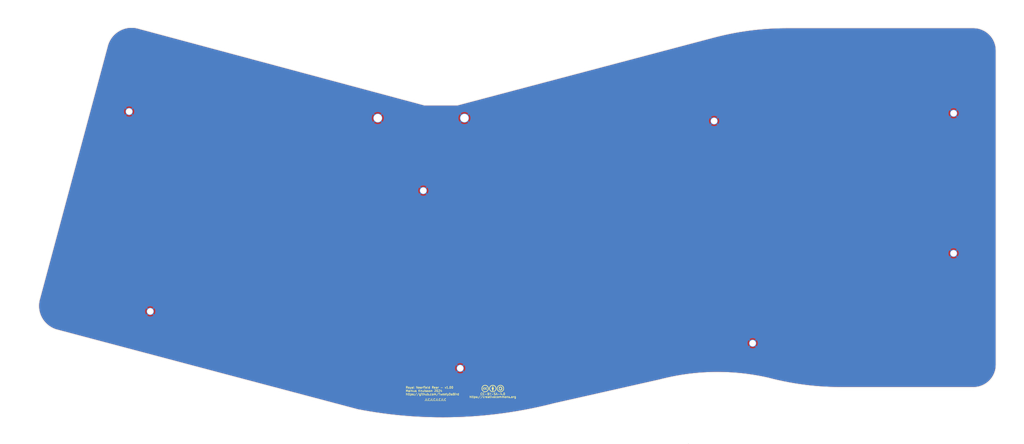
<source format=kicad_pcb>
(kicad_pcb (version 20221018) (generator pcbnew)
  (title_block (title "Royal Nearfield Rear") (date "2024-01-07") (rev "v1.00") (company "Tweety's Wild Thinking") (comment 1 "Markus Knutsson <markus.knutsson@tweety.se>") (comment 2 "https://github.com/TweetyDaBird") (comment 3 "Licensed under Creative Commons BY-SA 4.0 International"))
  (layers (0 "F.Cu" signal) (31 "B.Cu" signal) (34 "B.Paste" user) (35 "F.Paste" user) (36 "B.SilkS" user "B.Silkscreen") (37 "F.SilkS" user "F.Silkscreen") (38 "B.Mask" user) (39 "F.Mask" user) (44 "Edge.Cuts" user))
  (net 0 "")
  (net 1 "GND")
  (footprint "Keyboard_Plate:Spacer_Plate_Grounded" (layer "F.Cu") (at 372.500969 132.742186)
    (fp_text reference "H3" hide)
    (fp_text value "Spacer_PCB")
    (pad "1" thru_hole circle (at 0 0) (size 2.9 2.9) (drill 2.5) (layers "*.Cu" "*.Mask") (net 1 "GND"))
    (pad "1" connect circle (at 0 0) (size 5 5) (layers "F.Cu" "F.Mask") (net 1 "GND"))
  )
  (footprint "Keyboard_Plate:Spacer_Plate_Grounded" (layer "F.Cu") (at 170.555729 108.852596)
    (fp_text reference "H2" hide)
    (fp_text value "Spacer_PCB")
    (pad "1" thru_hole circle (at 0 0) (size 2.9 2.9) (drill 2.5) (layers "*.Cu" "*.Mask") (net 1 "GND"))
    (pad "1" connect circle (at 0 0) (size 5 5) (layers "F.Cu" "F.Mask") (net 1 "GND"))
  )
  (footprint "Keyboard_Plate:Spacer_Plate_Grounded" (layer "F.Cu") (at 372.518749 79.403926)
    (fp_text reference "H8" hide)
    (fp_text value "Spacer_PCB")
    (pad "1" thru_hole circle (at 0 0) (size 2.9 2.9) (drill 2.5) (layers "*.Cu" "*.Mask") (net 1 "GND"))
    (pad "1" connect circle (at 0 0) (size 5 5) (layers "F.Cu" "F.Mask") (net 1 "GND"))
  )
  (footprint "Keyboard_Plate:Spacer_Plate_Grounded" (layer "F.Cu") (at 281.3 82.33)
    (fp_text reference "H4" hide)
    (fp_text value "Spacer_PCB")
    (pad "1" thru_hole circle (at 0 0) (size 2.9 2.9) (drill 2.5) (layers "*.Cu" "*.Mask") (net 1 "GND"))
    (pad "1" connect circle (at 0 0) (size 5 5) (layers "F.Cu" "F.Mask") (net 1 "GND"))
  )
  (footprint "Logotypes:CC_BY_SA_40" (layer "F.Cu") (at 197.05 185.15)
    (fp_text reference "Logo1" hide)
    (fp_text value "CC-BY-SA-4.0" (at -0.041555 1.16) (layer "F.SilkS") (effects (font (size 0.8 0.8))))
    (fp_text user "https://creativecommons.org" (at -0.041555 2.27) (layer "F.SilkS") (effects (font (size 0.8 0.8))))
    (fp_poly (pts (xy -0.008247 -1.810637) (xy 0.015762 -1.808152) (xy 0.035917 -1.802684) (xy 0.057538 -1.793148) (xy 0.064578 -1.789601) (xy 0.099906 -1.7674) (xy 0.125046 -1.740918) (xy 0.14144 -1.70758) (xy 0.150529 -1.664813) (xy 0.153175 -1.631372) (xy 0.153555 -1.593754) (xy 0.151636 -1.559446) (xy 0.147731 -1.533797) (xy 0.147359 -1.532343) (xy 0.13232 -1.499676) (xy 0.107019 -1.468478) (xy 0.0755 -1.442672) (xy 0.041805 -1.426184) (xy 0.036429 -1.42466) (xy 0.002203 -1.419237) (xy -0.039229 -1.417265) (xy -0.081268 -1.418724) (xy -0.117315 -1.423592) (xy -0.124094 -1.425199) (xy -0.148417 -1.436259) (xy -0.175765 -1.456063) (xy -0.186918 -1.466177) (xy -0.209239 -1.491076) (xy -0.224314 -1.517069) (xy -0.233124 -1.547461) (xy -0.236654 -1.585557) (xy -0.236032 -1.631372) (xy -0.230855 -1.68151) (xy -0.219294 -1.720574) (xy -0.199907 -1.751139) (xy -0.171253 -1.775778) (xy -0.147435 -1.789601) (xy -0.124451 -1.80047) (xy -0.104421 -1.806968) (xy -0.082028 -1.810179) (xy -0.051951 -1.811189) (xy -0.041428 -1.811224) (xy -0.008247 -1.810637)) (stroke (width 0.01)) (fill solid) (layer "F.SilkS"))
    (fp_poly (pts (xy 0.037166 -1.358141) (xy 0.10256 -1.357943) (xy 0.156064 -1.357421) (xy 0.198991 -1.356415) (xy 0.232655 -1.354768) (xy 0.258368 -1.35232) (xy 0.277442 -1.348915) (xy 0.29119 -1.344393) (xy 0.300925 -1.338596) (xy 0.307958 -1.331366) (xy 0.313604 -1.322545) (xy 0.317677 -1.314866) (xy 0.320463 -1.307632) (xy 0.32275 -1.296834) (xy 0.324585 -1.281131) (xy 0.326014 -1.259181) (xy 0.327082 -1.229641) (xy 0.327838 -1.19117) (xy 0.328325 -1.142427) (xy 0.328592 -1.082069) (xy 0.328684 -1.008754) (xy 0.328686 -0.995675) (xy 0.328686 -0.697771) (xy 0.176434 -0.697771) (xy 0.174545 -0.369386) (xy 0.172657 -0.041) (xy -0.038297 -0.039078) (xy -0.092244 -0.038752) (xy -0.141432 -0.038772) (xy -0.184004 -0.039111) (xy -0.218099 -0.039743) (xy -0.241861 -0.040643) (xy -0.25343 -0.041784) (xy -0.254197 -0.042102) (xy -0.25522 -0.050163) (xy -0.256171 -0.071258) (xy -0.257028 -0.103905) (xy -0.25777 -0.146625) (xy -0.258374 -0.197937) (xy -0.258818 -0.25636) (xy -0.259079 -0.320414) (xy -0.259143 -0.372409) (xy -0.259143 -0.697771) (xy -0.411543 -0.697771) (xy -0.411543 -0.995675) (xy -0.411475 -1.071196) (xy -0.411239 -1.133546) (xy -0.41079 -1.184065) (xy -0.410081 -1.224096) (xy -0.409066 -1.25498) (xy -0.407698 -1.27806) (xy -0.405931 -1.294677) (xy -0.40372 -1.306172) (xy -0.401017 -1.313888) (xy -0.400534 -1.314866) (xy -0.39507 -1.324972) (xy -0.389193 -1.33337) (xy -0.381591 -1.340216) (xy -0.37095 -1.34567) (xy -0.355959 -1.34989) (xy -0.335304 -1.353034) (xy -0.307674 -1.355261) (xy -0.271755 -1.356729) (xy -0.226235 -1.357595) (xy -0.169801 -1.358019) (xy -0.101141 -1.358158) (xy -0.041428 -1.358171) (xy 0.037166 -1.358141)) (stroke (width 0.01)) (fill solid) (layer "F.SilkS"))
    (fp_poly (pts (xy -2.516114 -1.356123) (xy -2.4467 -1.349329) (xy -2.387015 -1.335194) (xy -2.333734 -1.312719) (xy -2.296787 -1.290347) (xy -2.271649 -1.270987) (xy -2.245306 -1.247145) (xy -2.220136 -1.221433) (xy -2.198517 -1.196465) (xy -2.182827 -1.174853) (xy -2.175441 -1.159209) (xy -2.175168 -1.156706) (xy -2.180648 -1.148247) (xy -2.19741 -1.135587) (xy -2.22615 -1.118268) (xy -2.267564 -1.095833) (xy -2.269193 -1.09498) (xy -2.363079 -1.045874) (xy -2.393159 -1.086592) (xy -2.425063 -1.121679) (xy -2.460248 -1.143617) (xy -2.501248 -1.153748) (xy -2.52179 -1.154812) (xy -2.570586 -1.148715) (xy -2.611786 -1.130512) (xy -2.644468 -1.100984) (xy -2.66771 -1.060913) (xy -2.678937 -1.021518) (xy -2.681579 -0.997627) (xy -2.683145 -0.964172) (xy -2.683614 -0.926067) (xy -2.682969 -0.888225) (xy -2.681191 -0.855558) (xy -2.679622 -0.84083) (xy -2.668683 -0.802599) (xy -2.648279 -0.765555) (xy -2.621341 -0.73365) (xy -2.590803 -0.710835) (xy -2.579142 -0.705474) (xy -2.55244 -0.699722) (xy -2.518191 -0.698061) (xy -2.482726 -0.700332) (xy -2.452376 -0.706379) (xy -2.445504 -0.708789) (xy -2.430415 -0.716698) (xy -2.415505 -0.729129) (xy -2.398779 -0.748278) (xy -2.378243 -0.77634) (xy -2.360888 -0.801928) (xy -2.356569 -0.806888) (xy -2.350483 -0.808782) (xy -2.340429 -0.806908) (xy -2.324207 -0.800564) (xy -2.299619 -0.789046) (xy -2.264463 -0.771654) (xy -2.261669 -0.770258) (xy -2.228816 -0.753761) (xy -2.200903 -0.739596) (xy -2.18036 -0.729008) (xy -2.169618 -0.72324) (xy -2.168652 -0.722621) (xy -2.169818 -0.71458) (xy -2.178965 -0.698625) (xy -2.194086 -0.677375) (xy -2.213179 -0.65345) (xy -2.234238 -0.629468) (xy -2.255257 -0.608051) (xy -2.259017 -0.604546) (xy -2.318818 -0.558688) (xy -2.385086 -0.523925) (xy -2.439625 -0.505587) (xy -2.477086 -0.499183) (xy -2.522791 -0.496008) (xy -2.570811 -0.496161) (xy -2.615219 -0.499738) (xy -2.632228 -0.502449) (xy -2.700098 -0.522355) (xy -2.763203 -0.554219) (xy -2.819348 -0.596406) (xy -2.866338 -0.647283) (xy -2.900373 -0.701924) (xy -2.921479 -0.750341) (xy -2.935695 -0.797989) (xy -2.94397 -0.849405) (xy -2.947258 -0.909127) (xy -2.947413 -0.926371) (xy -2.94438 -1.000853) (xy -2.934434 -1.06461) (xy -2.916664 -1.120133) (xy -2.890161 -1.169911) (xy -2.854014 -1.216435) (xy -2.833695 -1.237628) (xy -2.778467 -1.285415) (xy -2.721787 -1.320276) (xy -2.661257 -1.343106) (xy -2.594479 -1.3548) (xy -2.519054 -1.356252) (xy -2.516114 -1.356123)) (stroke (width 0.01)) (fill solid) (layer "F.SilkS"))
    (fp_poly (pts (xy -3.243366 -1.352482) (xy -3.170065 -1.335739) (xy -3.104734 -1.308278) (xy -3.066782 -1.284533) (xy -3.041582 -1.263871) (xy -3.016778 -1.239445) (xy -2.994178 -1.213616) (xy -2.975588 -1.188745) (xy -2.962815 -1.167192) (xy -2.957666 -1.151319) (xy -2.959743 -1.14469) (xy -2.966781 -1.140652) (xy -2.984334 -1.131127) (xy -3.010065 -1.117368) (xy -3.041634 -1.100629) (xy -3.056287 -1.092899) (xy -3.092968 -1.073751) (xy -3.118977 -1.060806) (xy -3.136385 -1.053321) (xy -3.147264 -1.050554) (xy -3.153686 -1.051761) (xy -3.157723 -1.056201) (xy -3.157887 -1.056473) (xy -3.187 -1.098888) (xy -3.217052 -1.128319) (xy -3.250258 -1.146244) (xy -3.288835 -1.154136) (xy -3.305562 -1.154812) (xy -3.350018 -1.149828) (xy -3.386755 -1.133813) (xy -3.417197 -1.105778) (xy -3.442767 -1.064736) (xy -3.446454 -1.057) (xy -3.453663 -1.039634) (xy -3.458473 -1.022352) (xy -3.46135 -1.001616) (xy -3.462759 -0.973887) (xy -3.463168 -0.935627) (xy -3.463171 -0.93) (xy -3.462854 -0.890183) (xy -3.461591 -0.861334) (xy -3.458917 -0.839913) (xy -3.454367 -0.822382) (xy -3.447475 -0.805202) (xy -3.446471 -0.803) (xy -3.423808 -0.764173) (xy -3.395724 -0.732114) (xy -3.365414 -0.710338) (xy -3.35999 -0.707792) (xy -3.325824 -0.699175) (xy -3.285836 -0.698132) (xy -3.246405 -0.704374) (xy -3.220168 -0.7141) (xy -3.196558 -0.730946) (xy -3.171947 -0.755947) (xy -3.150897 -0.783851) (xy -3.138348 -0.808278) (xy -3.131901 -0.810156) (xy -3.115467 -0.805505) (xy -3.088174 -0.794012) (xy -3.055748 -0.778611) (xy -3.015752 -0.759005) (xy -2.987219 -0.744455) (xy -2.968679 -0.733437) (xy -2.958661 -0.724422) (xy -2.955693 -0.715883) (xy -2.958306 -0.706292) (xy -2.965027 -0.694123) (xy -2.968585 -0.688109) (xy -2.989227 -0.659788) (xy -3.018873 -0.627885) (xy -3.053778 -0.59576) (xy -3.090197 -0.566769) (xy -3.124386 -0.544272) (xy -3.135623 -0.538313) (xy -3.208504 -0.510812) (xy -3.28561 -0.496692) (xy -3.365072 -0.496162) (xy -3.428513 -0.50554) (xy -3.488911 -0.525259) (xy -3.548195 -0.556771) (xy -3.602787 -0.597567) (xy -3.649108 -0.645137) (xy -3.671515 -0.676) (xy -3.683983 -0.699137) (xy -3.697714 -0.730047) (xy -3.709992 -0.762547) (xy -3.711388 -0.766714) (xy -3.719487 -0.793057) (xy -3.724964 -0.816604) (xy -3.728326 -0.841434) (xy -3.730081 -0.871626) (xy -3.730736 -0.911257) (xy -3.730786 -0.922743) (xy -3.728003 -0.99826) (xy -3.718599 -1.062787) (xy -3.701717 -1.118654) (xy -3.676498 -1.168191) (xy -3.642086 -1.213729) (xy -3.612549 -1.244022) (xy -3.553499 -1.291822) (xy -3.491444 -1.326129) (xy -3.424419 -1.347719) (xy -3.350453 -1.357366) (xy -3.32309 -1.358064) (xy -3.243366 -1.352482)) (stroke (width 0.01)) (fill solid) (layer "F.SilkS"))
    (fp_poly (pts (xy 2.926022 -1.651376) (xy 3.024018 -1.638898) (xy 3.07798 -1.626859) (xy 3.140861 -1.606141) (xy 3.205826 -1.576626) (xy 3.268999 -1.540591) (xy 3.3265 -1.500311) (xy 3.374452 -1.458061) (xy 3.385369 -1.446489) (xy 3.423185 -1.398898) (xy 3.460707 -1.341614) (xy 3.495292 -1.279265) (xy 3.524295 -1.21648) (xy 3.53882 -1.17787) (xy 3.556121 -1.112329) (xy 3.567883 -1.037315) (xy 3.574001 -0.95681) (xy 3.574369 -0.8748) (xy 3.568882 -0.795268) (xy 3.557437 -0.722199) (xy 3.551491 -0.696909) (xy 3.519188 -0.599912) (xy 3.475356 -0.510698) (xy 3.420785 -0.430069) (xy 3.356263 -0.358826) (xy 3.282577 -0.29777) (xy 3.200517 -0.247702) (xy 3.11087 -0.209424) (xy 3.05567 -0.192931) (xy 3.00771 -0.183225) (xy 2.952305 -0.176015) (xy 2.894108 -0.171583) (xy 2.83777 -0.17021) (xy 2.787944 -0.172179) (xy 2.762686 -0.175151) (xy 2.67688 -0.195593) (xy 2.594728 -0.228072) (xy 2.51805 -0.271305) (xy 2.448667 -0.32401) (xy 2.388399 -0.384905) (xy 2.339066 -0.452708) (xy 2.319989 -0.486965) (xy 2.305521 -0.519513) (xy 2.290958 -0.55888) (xy 2.27745 -0.601153) (xy 2.266145 -0.642421) (xy 2.258193 -0.67877) (xy 2.254744 -0.706289) (xy 2.254686 -0.709258) (xy 2.256472 -0.712554) (xy 2.262886 -0.715041) (xy 2.275514 -0.716795) (xy 2.295941 -0.717893) (xy 2.325752 -0.71841) (xy 2.366533 -0.718423) (xy 2.419869 -0.718006) (xy 2.4343 -0.717855) (xy 2.613914 -0.715914) (xy 2.615091 -0.692493) (xy 2.621854 -0.65407) (xy 2.63697 -0.612557) (xy 2.657913 -0.574469) (xy 2.664392 -0.565416) (xy 2.699091 -0.531252) (xy 2.743663 -0.504569) (xy 2.795239 -0.485895) (xy 2.85095 -0.475758) (xy 2.907928 -0.474688) (xy 2.963304 -0.483212) (xy 3.012879 -0.501199) (xy 3.06281 -0.532539) (xy 3.105137 -0.574056) (xy 3.140539 -0.626685) (xy 3.169696 -0.691363) (xy 3.185113 -0.738542) (xy 3.191325 -0.761776) (xy 3.195769 -0.783755) (xy 3.198724 -0.807623) (xy 3.200468 -0.836526) (xy 3.201281 -0.873607) (xy 3.20144 -0.922011) (xy 3.201439 -0.922743) (xy 3.200491 -0.98641) (xy 3.197513 -1.038723) (xy 3.192004 -1.082761) (xy 3.183461 -1.121603) (xy 3.17138 -1.158328) (xy 3.157695 -1.19075) (xy 3.125704 -1.245065) (xy 3.084906 -1.287986) (xy 3.035798 -1.319257) (xy 2.97888 -1.338624) (xy 2.914649 -1.345829) (xy 2.860863 -1.34297) (xy 2.817995 -1.336821) (xy 2.784672 -1.328958) (xy 2.755927 -1.317911) (xy 2.730412 -1.304351) (xy 2.6901 -1.273499) (xy 2.656081 -1.233431) (xy 2.631385 -1.18825) (xy 2.621481 -1.156786) (xy 2.61639 -1.1332) (xy 2.664138 -1.1332) (xy 2.690108 -1.13266) (xy 2.704659 -1.130493) (xy 2.710863 -1.125878) (xy 2.711886 -1.120426) (xy 2.706896 -1.111906) (xy 2.693048 -1.095102) (xy 2.67202 -1.071704) (xy 2.645492 -1.0434) (xy 2.615144 -1.01188) (xy 2.582654 -0.978833) (xy 2.549703 -0.945949) (xy 2.51797 -0.914916) (xy 2.489134 -0.887423) (xy 2.464875 -0.865161) (xy 2.446872 -0.849817) (xy 2.436804 -0.843082) (xy 2.435969 -0.842914) (xy 2.427528 -0.847935) (xy 2.410855 -0.861871) (xy 2.387628 -0.883032) (xy 2.359526 -0.909728) (xy 2.328225 -0.940268) (xy 2.295405 -0.972963) (xy 2.262742 -1.006122) (xy 2.231914 -1.038055) (xy 2.2046 -1.067072) (xy 2.182476 -1.091482) (xy 2.167221 -1.109597) (xy 2.160513 -1.119724) (xy 2.160343 -1.120572) (xy 2.16224 -1.127131) (xy 2.16988 -1.130963) (xy 2.186185 -1.132757) (xy 2.213947 -1.1332) (xy 2.267552 -1.1332) (xy 2.272459 -1.165922) (xy 2.281121 -1.205192) (xy 2.295752 -1.251724) (xy 2.314597 -1.300489) (xy 2.334478 -1.343657) (xy 2.379798 -1.417968) (xy 2.435421 -1.482847) (xy 2.500284 -1.537888) (xy 2.573325 -1.582688) (xy 2.653482 -1.616841) (xy 2.739692 -1.639943) (xy 2.830893 -1.65159) (xy 2.926022 -1.651376)) (stroke (width 0.01)) (fill solid) (layer "F.SilkS"))
    (fp_poly (pts (xy -2.889956 -2.279658) (xy -2.836071 -2.279349) (xy -2.792615 -2.278689) (xy -2.757545 -2.277578) (xy -2.728818 -2.275918) (xy -2.704393 -2.273608) (xy -2.682225 -2.270551) (xy -2.660274 -2.266646) (xy -2.651511 -2.264909) (xy -2.529263 -2.232956) (xy -2.408913 -2.187364) (xy -2.291811 -2.128995) (xy -2.17931 -2.058713) (xy -2.072758 -1.977383) (xy -1.973507 -1.885868) (xy -1.882906 -1.785033) (xy -1.863753 -1.761023) (xy -1.788117 -1.652511) (xy -1.723004 -1.53485) (xy -1.669125 -1.409587) (xy -1.62719 -1.278269) (xy -1.610973 -1.211049) (xy -1.60628 -1.180323) (xy -1.602522 -1.137696) (xy -1.599698 -1.085754) (xy -1.597805 -1.027081) (xy -1.596841 -0.96426) (xy -1.596803 -0.899877) (xy -1.597689 -0.836515) (xy -1.599498 -0.776759) (xy -1.602226 -0.723192) (xy -1.605871 -0.678399) (xy -1.610431 -0.644965) (xy -1.611486 -0.639714) (xy -1.64833 -0.502846) (xy -1.697853 -0.373029) (xy -1.760018 -0.250329) (xy -1.834791 -0.13481) (xy -1.922136 -0.026539) (xy -1.977197 0.031573) (xy -2.017604 0.070411) (xy -2.05742 0.105987) (xy -2.094141 0.136204) (xy -2.125263 0.158966) (xy -2.140582 0.168378) (xy -2.153333 0.17599) (xy -2.174837 0.189472) (xy -2.201731 0.206696) (xy -2.2222 0.219995) (xy -2.310664 0.27199) (xy -2.408928 0.319453) (xy -2.512533 0.360573) (xy -2.617024 0.393538) (xy -2.695054 0.41218) (xy -2.720194 0.416909) (xy -2.74449 0.420516) (xy -2.770395 0.423134) (xy -2.800359 0.424896) (xy -2.836835 0.425933) (xy -2.882273 0.426378) (xy -2.939125 0.426364) (xy -2.956311 0.426301) (xy -3.02893 0.425541) (xy -3.090934 0.423942) (xy -3.141262 0.421549) (xy -3.178851 0.418409) (xy -3.196061 0.415968) (xy -3.315957 0.387364) (xy -3.43614 0.345794) (xy -3.553692 0.292449) (xy -3.665697 0.228517) (xy -3.682904 0.217388) (xy -3.710295 0.199588) (xy -3.733078 0.185202) (xy -3.748635 0.175855) (xy -3.754231 0.173086) (xy -3.76255 0.168486) (xy -3.779222 0.155996) (xy -3.801941 0.137581) (xy -3.828405 0.115206) (xy -3.85631 0.090837) (xy -3.883353 0.066438) (xy -3.907229 0.043976) (xy -3.917738 0.033602) (xy -4.01181 -0.071154) (xy -4.093833 -0.183344) (xy -4.164092 -0.303483) (xy -4.222875 -0.432087) (xy -4.270467 -0.56967) (xy -4.287751 -0.632457) (xy -4.292499 -0.652455) (xy -4.296273 -0.672454) (xy -4.299223 -0.69457) (xy -4.301496 -0.72092) (xy -4.303243 -0.753618) (xy -4.304611 -0.794783) (xy -4.305751 -0.846529) (xy -4.30666 -0.900971) (xy -4.3071 -0.931463) (xy -4.047591 -0.931463) (xy -4.041307 -0.809705) (xy -4.021376 -0.689797) (xy -3.988105 -0.573249) (xy -3.941798 -0.46157) (xy -3.907348 -0.3966) (xy -3.852121 -0.309332) (xy -3.791283 -0.229955) (xy -3.722657 -0.156138) (xy -3.644069 -0.085555) (xy -3.553342 -0.015876) (xy -3.548075 -0.012108) (xy -3.510451 0.012046) (xy -3.463154 0.038394) (xy -3.410392 0.064888) (xy -3.356376 0.089484) (xy -3.305315 0.110137) (xy -3.27434 0.120912) (xy -3.192173 0.141907) (xy -3.100565 0.156307) (xy -3.003126 0.163866) (xy -2.903466 0.164341) (xy -2.805194 0.157487) (xy -2.779827 0.154409) (xy -2.689657 0.13874) (xy -2.606875 0.116033) (xy -2.525331 0.08449) (xy -2.497971 0.07199) (xy -2.386123 0.011803) (xy -2.28226 -0.058915) (xy -2.187447 -0.139136) (xy -2.102745 -0.22783) (xy -2.02922 -0.323968) (xy -1.967933 -0.426522) (xy -1.953871 -0.454657) (xy -1.934342 -0.498817) (xy -1.915189 -0.548259) (xy -1.897893 -0.598623) (xy -1.883936 -0.645546) (xy -1.874798 -0.684668) (xy -1.873784 -0.690514) (xy -1.869829 -0.713909) (xy -1.866255 -0.733244) (xy -1.865337 -0.737686) (xy -1.862637 -0.757942) (xy -1.86048 -0.789639) (xy -1.858895 -0.829713) (xy -1.85791 -0.875101) (xy -1.857555 -0.922737) (xy -1.857859 -0.969559) (xy -1.858852 -1.012502) (xy -1.860561 -1.048501) (xy -1.862196 -1.067886) (xy -1.882337 -1.185826) (xy -1.91622 -1.300875) (xy -1.963162 -1.411751) (xy -2.022478 -1.517175) (xy -2.093488 -1.615867) (xy -2.175507 -1.706545) (xy -2.229457 -1.756347) (xy -2.320078 -1.828988) (xy -2.409269 -1.888728) (xy -2.499173 -1.936356) (xy -2.591932 -1.97266) (xy -2.689689 -1.998429) (xy -2.794588 -2.01445) (xy -2.90877 -2.021513) (xy -2.951543 -2.022014) (xy -3.060483 -2.018472) (xy -3.159227 -2.007461) (xy -3.250321 -1.988462) (xy -3.336311 -1.960957) (xy -3.412371 -1.928048) (xy -3.51939 -1.868076) (xy -3.619747 -1.796013) (xy -3.712336 -1.713176) (xy -3.796051 -1.620884) (xy -3.869787 -1.520453) (xy -3.932438 -1.413202) (xy -3.982898 -1.300447) (xy -4.011907 -1.213661) (xy -4.017878 -1.192279) (xy -4.022503 -1.173607) (xy -4.026368 -1.154293) (xy -4.030059 -1.130986) (xy -4.034164 -1.100336) (xy -4.039268 -1.058991) (xy -4.039926 -1.053562) (xy -4.047591 -0.931463) (xy -4.3071 -0.931463) (xy -4.307538 -0.961808) (xy -4.308021 -1.010446) (xy -4.307991 -1.0492) (xy -4.307328 -1.080382) (xy -4.305914 -1.106306) (xy -4.303628 -1.129286) (xy -4.300353 -1.151635) (xy -4.295969 -1.175666) (xy -4.291323 -1.198938) (xy -4.257096 -1.331441) (xy -4.209366 -1.459527) (xy -4.148678 -1.582433) (xy -4.075575 -1.699397) (xy -3.990602 -1.809657) (xy -3.894302 -1.912448) (xy -3.78722 -2.007009) (xy -3.6699 -2.092577) (xy -3.640102 -2.111803) (xy -3.563701 -2.154807) (xy -3.477688 -2.194409) (xy -3.386888 -2.228685) (xy -3.296129 -2.255711) (xy -3.254677 -2.2654) (xy -3.233819 -2.26947) (xy -3.212775 -2.272697) (xy -3.189555 -2.275176) (xy -3.162173 -2.277004) (xy -3.12864 -2.278275) (xy -3.086969 -2.279086) (xy -3.035172 -2.27953) (xy -2.971261 -2.279704) (xy -2.956311 -2.279715) (xy -2.889956 -2.279658)) (stroke (width 0.01)) (fill solid) (layer "F.SilkS"))
    (fp_poly (pts (xy 0.026093 -2.279569) (xy 0.08757 -2.278896) (xy 0.13898 -2.277462) (xy 0.182545 -2.275036) (xy 0.220489 -2.271384) (xy 0.255032 -2.266274) (xy 0.288397 -2.259472) (xy 0.322806 -2.250746) (xy 0.360483 -2.239863) (xy 0.375139 -2.235413) (xy 0.461392 -2.205654) (xy 0.543829 -2.169924) (xy 0.625625 -2.126581) (xy 0.709954 -2.073985) (xy 0.775 -2.02876) (xy 0.811688 -2.000214) (xy 0.853513 -1.964304) (xy 0.897507 -1.923893) (xy 0.940697 -1.881842) (xy 0.980114 -1.841013) (xy 1.012785 -1.804267) (xy 1.028549 -1.784529) (xy 1.048709 -1.757774) (xy 1.07054 -1.728986) (xy 1.08001 -1.716569) (xy 1.120058 -1.65844) (xy 1.16002 -1.589878) (xy 1.197981 -1.514846) (xy 1.23203 -1.437309) (xy 1.260251 -1.361231) (xy 1.275171 -1.312228) (xy 1.286862 -1.26796) (xy 1.296175 -1.22843) (xy 1.303334 -1.191191) (xy 1.308563 -1.153794) (xy 1.312086 -1.113792) (xy 1.314127 -1.068737) (xy 1.314909 -1.016182) (xy 1.314656 -0.953679) (xy 1.313782 -0.890086) (xy 1.312685 -0.827921) (xy 1.311546 -0.778069) (xy 1.310195 -0.738327) (xy 1.308464 -0.706494) (xy 1.306183 -0.680367) (xy 1.303182 -0.657745) (xy 1.299294 -0.636427) (xy 1.294348 -0.61421) (xy 1.291756 -0.603428) (xy 1.252961 -0.471059) (xy 1.202989 -0.347416) (xy 1.141144 -0.231183) (xy 1.066728 -0.121043) (xy 0.982277 -0.019228) (xy 0.903633 0.059058) (xy 0.813629 0.134259) (xy 0.715377 0.204355) (xy 0.611993 0.267329) (xy 0.506589 0.321164) (xy 0.402281 0.363842) (xy 0.378443 0.371976) (xy 0.327918 0.387846) (xy 0.282176 0.400421) (xy 0.238471 0.410053) (xy 0.194059 0.41709) (xy 0.146194 0.421884) (xy 0.092131 0.424784) (xy 0.029124 0.426142) (xy -0.045572 0.426307) (xy -0.04724 0.426301) (xy -0.128041 0.425472) (xy -0.19451 0.423702) (xy -0.246601 0.420991) (xy -0.284271 0.417341) (xy -0.2953 0.415617) (xy -0.394 0.392362) (xy -0.496328 0.358599) (xy -0.598166 0.316092) (xy -0.695395 0.266605) (xy -0.783897 0.211905) (xy -0.804401 0.197459) (xy -0.823498 0.184209) (xy -0.837819 0.175357) (xy -0.843071 0.173086) (xy -0.851904 0.168436) (xy -0.86907 0.155762) (xy -0.892327 0.136976) (xy -0.91943 0.113992) (xy -0.948133 0.088723) (xy -0.976194 0.063082) (xy -1.001367 0.038982) (xy -1.007082 0.033285) (xy -1.103242 -0.073476) (xy -1.187232 -0.187642) (xy -1.258687 -0.308555) (xy -1.317243 -0.435559) (xy -1.362535 -0.567998) (xy -1.380933 -0.639714) (xy -1.385112 -0.665874) (xy -1.388799 -0.703952) (xy -1.391941 -0.75136) (xy -1.394486 -0.805508) (xy -1.396383 -0.863807) (xy -1.397578 -0.923668) (xy -1.397733 -0.944421) (xy -1.137628 -0.944421) (xy -1.135808 -0.849765) (xy -1.12745 -0.758765) (xy -1.112556 -0.675205) (xy -1.103542 -0.640415) (xy -1.062221 -0.523536) (xy -1.00787 -0.41192) (xy -0.941328 -0.306556) (xy -0.863435 -0.20843) (xy -0.77503 -0.118533) (xy -0.676952 -0.037851) (xy -0.570043 0.032627) (xy -0.498935 0.071144) (xy -0.423026 0.10535) (xy -0.349576 0.130146) (xy -0.272175 0.14749) (xy -0.226486 0.154446) (xy -0.157341 0.16262) (xy -0.096707 0.167401) (xy -0.039944 0.16878) (xy 0.017586 0.166748) (xy 0.080523 0.161295) (xy 0.143629 0.153717) (xy 0.235013 0.137536) (xy 0.321391 0.113058) (xy 0.405092 0.079237) (xy 0.488447 0.035026) (xy 0.573785 -0.02062) (xy 0.637114 -0.067846) (xy 0.735463 -0.153198) (xy 0.821768 -0.246186) (xy 0.895701 -0.346432) (xy 0.936661 -0.414743) (xy 0.966594 -0.476022) (xy 0.993946 -0.544871) (xy 1.01719 -0.616559) (xy 1.034799 -0.686354) (xy 1.045248 -0.749525) (xy 1.045532 -0.7522) (xy 1.048525 -0.792715) (xy 1.050298 -0.841891) (xy 1.050918 -0.896606) (xy 1.050449 -0.953736) (xy 1.048958 -1.010156) (xy 1.04651 -1.062745) (xy 1.043171 -1.108379) (xy 1.039007 -1.143933) (xy 1.037056 -1.154971) (xy 1.006424 -1.269003) (xy 0.962547 -1.379421) (xy 0.906488 -1.485025) (xy 0.839315 -1.584615) (xy 0.762094 -1.676991) (xy 0.67589 -1.760951) (xy 0.581769 -1.835297) (xy 0.480798 -1.898828) (xy 0.374041 -1.950343) (xy 0.309339 -1.974426) (xy 0.237381 -1.99385) (xy 0.155918 -2.008139) (xy 0.068039 -2.017287) (xy -0.023167 -2.021285) (xy -0.11461 -2.020127) (xy -0.203202 -2.013805) (xy -0.285853 -2.002311) (xy -0.359475 -1.985638) (xy -0.389771 -1.976118) (xy -0.495295 -1.932043) (xy -0.598257 -1.87488) (xy -0.696805 -1.80604) (xy -0.789085 -1.726932) (xy -0.873244 -1.638967) (xy -0.934558 -1.561678) (xy -0.973951 -1.502) (xy -1.012462 -1.433814) (xy -1.047894 -1.361656) (xy -1.078047 -1.29006) (xy -1.100723 -1.223562) (xy -1.103845 -1.212467) (xy -1.121649 -1.129557) (xy -1.13291 -1.038946) (xy -1.137628 -0.944421) (xy -1.397733 -0.944421) (xy -1.398019 -0.982503) (xy -1.397655 -1.037721) (xy -1.396433 -1.086734) (xy -1.3943 -1.126954) (xy -1.391334 -1.154971) (xy -1.381584 -1.208002) (xy -1.368503 -1.265798) (xy -1.353475 -1.322916) (xy -1.337886 -1.373913) (xy -1.329922 -1.396455) (xy -1.311559 -1.441003) (xy -1.288259 -1.491075) (xy -1.261604 -1.543812) (xy -1.233172 -1.596353) (xy -1.204544 -1.645838) (xy -1.177299 -1.689406) (xy -1.153018 -1.724196) (xy -1.140087 -1.740169) (xy -1.129829 -1.752403) (xy -1.113302 -1.772796) (xy -1.093155 -1.798059) (xy -1.07986 -1.814916) (xy -1.012793 -1.891097) (xy -0.933816 -1.964993) (xy -0.845523 -2.034818) (xy -0.750511 -2.098784) (xy -0.651374 -2.155103) (xy -0.550707 -2.201989) (xy -0.47882 -2.228874) (xy -0.437691 -2.24221) (xy -0.400986 -2.253002) (xy -0.366448 -2.261517) (xy -0.331822 -2.26802) (xy -0.294853 -2.272778) (xy -0.253284 -2.276056) (xy -0.204859 -2.27812) (xy -0.147324 -2.279237) (xy -0.078421 -2.279672) (xy -0.047673 -2.279715) (xy 0.026093 -2.279569)) (stroke (width 0.01)) (fill solid) (layer "F.SilkS"))
    (fp_poly (pts (xy 2.94454 -2.279734) (xy 2.997844 -2.279382) (xy 3.040793 -2.278668) (xy 3.075465 -2.27749) (xy 3.103939 -2.275743) (xy 3.128293 -2.273323) (xy 3.150607 -2.270128) (xy 3.172958 -2.266054) (xy 3.178832 -2.264879) (xy 3.280827 -2.239555) (xy 3.37985 -2.205195) (xy 3.477926 -2.160839) (xy 3.577084 -2.105527) (xy 3.679351 -2.038301) (xy 3.720587 -2.008594) (xy 3.764433 -1.972956) (xy 3.813203 -1.92767) (xy 3.864367 -1.875543) (xy 3.9154 -1.819382) (xy 3.963771 -1.761994) (xy 4.006953 -1.706186) (xy 4.042417 -1.654765) (xy 4.049469 -1.643437) (xy 4.073843 -1.600336) (xy 4.100282 -1.548614) (xy 4.126601 -1.492966) (xy 4.15062 -1.438088) (xy 4.170155 -1.388675) (xy 4.177039 -1.369057) (xy 4.190613 -1.326737) (xy 4.201613 -1.288304) (xy 4.210301 -1.2515) (xy 4.216941 -1.214067) (xy 4.221796 -1.173748) (xy 4.225128 -1.128283) (xy 4.227202 -1.075416) (xy 4.228279 -1.012888) (xy 4.228624 -0.938442) (xy 4.228629 -0.926371) (xy 4.228533 -0.859916) (xy 4.228179 -0.805942) (xy 4.227471 -0.762418) (xy 4.226309 -0.727313) (xy 4.224596 -0.698595) (xy 4.222233 -0.674233) (xy 4.219124 -0.652195) (xy 4.215169 -0.630449) (xy 4.214104 -0.625147) (xy 4.181174 -0.498686) (xy 4.134702 -0.376364) (xy 4.074509 -0.257832) (xy 4.000416 -0.142738) (xy 3.913129 -0.031757) (xy 3.865764 0.021024) (xy 3.819902 0.066771) (xy 3.771836 0.108724) (xy 3.717857 0.150123) (xy 3.655314 0.193502) (xy 3.537108 0.265438) (xy 3.415141 0.326069) (xy 3.291613 0.374416) (xy 3.169086 0.409419) (xy 3.143138 0.413562) (xy 3.105199 0.417132) (xy 3.057782 0.420095) (xy 3.003401 0.422419) (xy 2.944569 0.424071) (xy 2.8838 0.425019) (xy 2.823606 0.42523) (xy 2.7665 0.424672) (xy 2.714997 0.423311) (xy 2.671609 0.421117) (xy 2.63885 0.418055) (xy 2.628429 0.416421) (xy 2.5248 0.392008) (xy 2.420898 0.358602) (xy 2.320366 0.31768) (xy 2.22685 0.270721) (xy 2.146827 0.221172) (xy 2.121409 0.203657) (xy 2.099551 0.188742) (xy 2.084728 0.178792) (xy 2.081518 0.176714) (xy 2.045777 0.151402) (xy 2.00386 0.116977) (xy 1.958354 0.075898) (xy 1.911847 0.030622) (xy 1.866926 -0.016391) (xy 1.826178 -0.062685) (xy 1.814169 -0.077286) (xy 1.729674 -0.192936) (xy 1.65867 -0.313601) (xy 1.601274 -0.439038) (xy 1.557601 -0.569008) (xy 1.538477 -0.646971) (xy 1.533703 -0.678431) (xy 1.52988 -0.721749) (xy 1.527009 -0.7743) (xy 1.52509 -0.833461) (xy 1.524121 -0.896605) (xy 1.524113 -0.93) (xy 1.779914 -0.93) (xy 1.784222 -0.813092) (xy 1.797643 -0.705954) (xy 1.820527 -0.606785) (xy 1.853219 -0.513788) (xy 1.866033 -0.484552) (xy 1.886278 -0.44522) (xy 1.913038 -0.400101) (xy 1.944554 -0.351586) (xy 1.979065 -0.302066) (xy 2.014813 -0.253931) (xy 2.050037 -0.209572) (xy 2.082976 -0.17138) (xy 2.111873 -0.141745) (xy 2.129228 -0.127017) (xy 2.149999 -0.110813) (xy 2.175102 -0.090108) (xy 2.193 -0.074714) (xy 2.270086 -0.014219) (xy 2.355185 0.039445) (xy 2.445147 0.084748) (xy 2.536824 0.120163) (xy 2.627065 0.14416) (xy 2.653829 0.148974) (xy 2.75161 0.161792) (xy 2.842501 0.16764) (xy 2.9323 0.166591) (xy 3.026807 0.158718) (xy 3.063857 0.154126) (xy 3.170228 0.133737) (xy 3.271561 0.101222) (xy 3.370293 0.055696) (xy 3.431601 0.020341) (xy 3.470763 -0.005535) (xy 3.516233 -0.038101) (xy 3.563739 -0.07411) (xy 3.609009 -0.110317) (xy 3.647769 -0.143475) (xy 3.650766 -0.146174) (xy 3.680189 -0.175946) (xy 3.714515 -0.215861) (xy 3.751755 -0.263292) (xy 3.789917 -0.31561) (xy 3.827012 -0.370186) (xy 3.859613 -0.422) (xy 3.870707 -0.443418) (xy 3.88457 -0.474482) (xy 3.899532 -0.51102) (xy 3.913924 -0.54886) (xy 3.926076 -0.58383) (xy 3.931739 -0.602194) (xy 3.948148 -0.673073) (xy 3.960235 -0.754025) (xy 3.967815 -0.841209) (xy 3.970701 -0.930785) (xy 3.968708 -1.018914) (xy 3.961649 -1.101755) (xy 3.957402 -1.132318) (xy 3.932407 -1.245264) (xy 3.893532 -1.354846) (xy 3.841152 -1.460428) (xy 3.775644 -1.561372) (xy 3.697383 -1.657039) (xy 3.606745 -1.746794) (xy 3.582743 -1.767768) (xy 3.482858 -1.844782) (xy 3.379736 -1.908333) (xy 3.274044 -1.958034) (xy 3.219886 -1.977754) (xy 3.146911 -1.996993) (xy 3.064011 -2.010684) (xy 2.974381 -2.018859) (xy 2.881218 -2.02155) (xy 2.787718 -2.018789) (xy 2.697078 -2.010608) (xy 2.612494 -1.99704) (xy 2.537162 -1.978115) (xy 2.514811 -1.970677) (xy 2.466472 -1.9513) (xy 2.413255 -1.926489) (xy 2.359916 -1.898712) (xy 2.311209 -1.870439) (xy 2.273842 -1.845574) (xy 2.237189 -1.817492) (xy 2.197301 -1.784762) (xy 2.156753 -1.749704) (xy 2.118119 -1.714642) (xy 2.083974 -1.681898) (xy 2.05689 -1.653794) (xy 2.042599 -1.636947) (xy 1.977085 -1.547989) (xy 1.922546 -1.465347) (xy 1.878174 -1.386854) (xy 1.843166 -1.310343) (xy 1.816716 -1.233649) (xy 1.79802 -1.154604) (xy 1.786272 -1.071044) (xy 1.780668 -0.980801) (xy 1.779914 -0.93) (xy 1.524113 -0.93) (xy 1.524104 -0.961108) (xy 1.525039 -1.024345) (xy 1.526925 -1.083692) (xy 1.529762 -1.136524) (xy 1.533551 -1.180215) (xy 1.538291 -1.212142) (xy 1.538477 -1.213028) (xy 1.57179 -1.33619) (xy 1.618483 -1.457966) (xy 1.67743 -1.576592) (xy 1.747501 -1.690308) (xy 1.827567 -1.797351) (xy 1.916502 -1.895959) (xy 2.013176 -1.98437) (xy 2.052224 -2.01532) (xy 2.131582 -2.072859) (xy 2.206163 -2.120704) (xy 2.279716 -2.160907) (xy 2.35599 -2.195521) (xy 2.437246 -2.226085) (xy 2.479764 -2.240254) (xy 2.518294 -2.251729) (xy 2.555109 -2.260785) (xy 2.592479 -2.2677) (xy 2.632677 -2.272749) (xy 2.677973 -2.27621) (xy 2.730641 -2.278358) (xy 2.79295 -2.279471) (xy 2.867173 -2.279824) (xy 2.8788 -2.279828) (xy 2.94454 -2.279734)) (stroke (width 0.01)) (fill solid) (layer "F.SilkS"))
  )
  (footprint "Keyboard_Plate:Spacer_Plate_Grounded" (layer "F.Cu") (at 295.98 166.97)
    (fp_text reference "H5" hide)
    (fp_text value "Spacer_PCB")
    (pad "1" thru_hole circle (at 0 0) (size 2.9 2.9) (drill 2.5) (layers "*.Cu" "*.Mask") (net 1 "GND"))
    (pad "1" connect circle (at 0 0) (size 5 5) (layers "F.Cu" "F.Mask") (net 1 "GND"))
  )
  (footprint "Keyboard_Plate:Spacer_Plate_Grounded" (layer "F.Cu") (at 66.573209 154.850336)
    (fp_text reference "H6" hide)
    (fp_text value "Spacer_PCB")
    (pad "1" thru_hole circle (at 0 0) (size 2.9 2.9) (drill 2.5) (layers "*.Cu" "*.Mask") (net 1 "GND"))
    (pad "1" connect circle (at 0 0) (size 5 5) (layers "F.Cu" "F.Mask") (net 1 "GND"))
  )
  (footprint "Keyboard_Plate:Spacer_Plate_Grounded" (layer "F.Cu") (at 184.607009 176.504866)
    (fp_text reference "H7" hide)
    (fp_text value "Spacer_PCB")
    (pad "1" thru_hole circle (at 0 0) (size 2.9 2.9) (drill 2.5) (layers "*.Cu" "*.Mask") (net 1 "GND"))
    (pad "1" connect circle (at 0 0) (size 5 5) (layers "F.Cu" "F.Mask") (net 1 "GND"))
  )
  (footprint "Keyboard_Plate:Spacer_Plate_Grounded_m3" (layer "F.Cu") (at 153.22 81.23)
    (fp_text reference "H10" hide)
    (fp_text value "Spacer_PCB")
    (pad "1" thru_hole circle (at 0 0) (size 3.6 3.6) (drill 3.2) (layers "*.Cu" "*.Mask") (net 1 "GND"))
    (pad "1" connect circle (at 0 0) (size 5 5) (layers "F.Cu" "F.Mask") (net 1 "GND"))
  )
  (footprint "Keyboard_Plate:Spacer_Plate_Grounded_m3" (layer "F.Cu") (at 186.22 81.23)
    (fp_text reference "H9" hide)
    (fp_text value "Spacer_PCB")
    (pad "1" thru_hole circle (at 0 0) (size 3.6 3.6) (drill 3.2) (layers "*.Cu" "*.Mask") (net 1 "GND"))
    (pad "1" connect circle (at 0 0) (size 5 5) (layers "F.Cu" "F.Mask") (net 1 "GND"))
  )
  (footprint "Keyboard_Plate:Spacer_Plate_Grounded" (layer "F.Cu") (at 58.536649 78.736716)
    (fp_text reference "H1" hide)
    (fp_text value "Spacer_PCB")
    (pad "1" thru_hole circle (at 0 0) (size 2.9 2.9) (drill 2.5) (layers "*.Cu" "*.Mask") (net 1 "GND"))
    (pad "1" connect circle (at 0 0) (size 5 5) (layers "F.Cu" "F.Mask") (net 1 "GND"))
  )
  (gr_line (start 388.785737 55.572565) (end 388.785737 175.23) (stroke (width 0.1)) (layer "Edge.Cuts"))
  (gr_arc (start 30.76 161.89) (mid 25.11277 157.249076) (end 24.401204 149.974252) (stroke (width 0.1)) (layer "Edge.Cuts"))
  (gr_arc (start 388.785737 175.23) (mid 386.174516 181.380429) (end 379.979092 183.883101) (stroke (width 0.1)) (layer "Edge.Cuts"))
  (gr_arc (start 271.526 205.232) (mid 271.526 205.232) (end 271.526 205.232) (stroke (width 0.1)) (layer "Edge.Cuts"))
  (gr_line (start 183.42 76.217266) (end 171.1 76.217266) (stroke (width 0.1)) (layer "Edge.Cuts"))
  (gr_arc (start 281.166644 50.372044) (mid 294.891929 47.675463) (end 308.85 46.76592) (stroke (width 0.1)) (layer "Edge.Cuts"))
  (gr_line (start 379.979092 183.883101) (end 329.44 183.883101) (stroke (width 0.1)) (layer "Edge.Cuts"))
  (gr_arc (start 260.7 180.95) (mid 281.187926 178.149174) (end 301.756644 180.276977) (stroke (width 0.1)) (layer "Edge.Cuts"))
  (gr_arc (start 329.44 183.883101) (mid 315.481929 182.973558) (end 301.756644 180.276977) (stroke (width 0.1)) (layer "Edge.Cuts"))
  (gr_arc (start 220.456339 190.023691) (mid 183.164461 195.345178) (end 145.615211 192.335816) (stroke (width 0.1)) (layer "Edge.Cuts"))
  (gr_arc (start 380.132636 46.76592) (mid 386.283102 49.377127) (end 388.785737 55.572565) (stroke (width 0.1)) (layer "Edge.Cuts"))
  (gr_line (start 183.42 76.217266) (end 281.166644 50.372044) (stroke (width 0.1)) (layer "Edge.Cuts"))
  (gr_line (start 145.615211 192.335816) (end 30.76 161.89) (stroke (width 0.1)) (layer "Edge.Cuts"))
  (gr_line (start 24.401204 149.974252) (end 50.31 53.39) (stroke (width 0.1)) (layer "Edge.Cuts"))
  (gr_arc (start 50.31 53.39) (mid 54.950924 47.742769) (end 62.225748 47.031204) (stroke (width 0.1)) (layer "Edge.Cuts"))
  (gr_line (start 62.225748 47.031204) (end 171.1 76.217266) (stroke (width 0.1)) (layer "Edge.Cuts"))
  (gr_line (start 220.456339 190.023691) (end 260.7 180.95) (stroke (width 0.1)) (layer "Edge.Cuts"))
  (gr_line (start 308.85 46.76592) (end 380.132636 46.76592) (stroke (width 0.1)) (layer "Edge.Cuts"))
  (gr_text "Royal Nearfield Rear - v1.00\nMarkus Knutsson 2024\nhttps://github.com/TweetyDaBird\n" (at 163.78 186.87) (layer "F.SilkS") (effects (font (size 0.8 0.8) (thickness 0.15) bold) (justify left bottom)))
  (gr_text "JLCJLCJLCJLC" (at 170.94 188.96) (layer "F.SilkS") (effects (font (size 0.8 0.8) (thickness 0.15) bold) (justify left bottom)))
  (zone locked (net 1) (net_name "GND") (layers "F&B.Cu") (connect_pads (clearance 0.5)) (min_thickness 0.25) (fill yes (thermal_gap 0.5) (thermal_bridge_width 0.5))
    (polygon (pts (xy 9.35 36.26) (xy 398.83 36.26) (xy 399.32 36.75) (xy 399.32 195.25) (xy 394.16 200.41) (xy 10.25 200.41) (xy 9.35 199.51)))
  )
)
</source>
